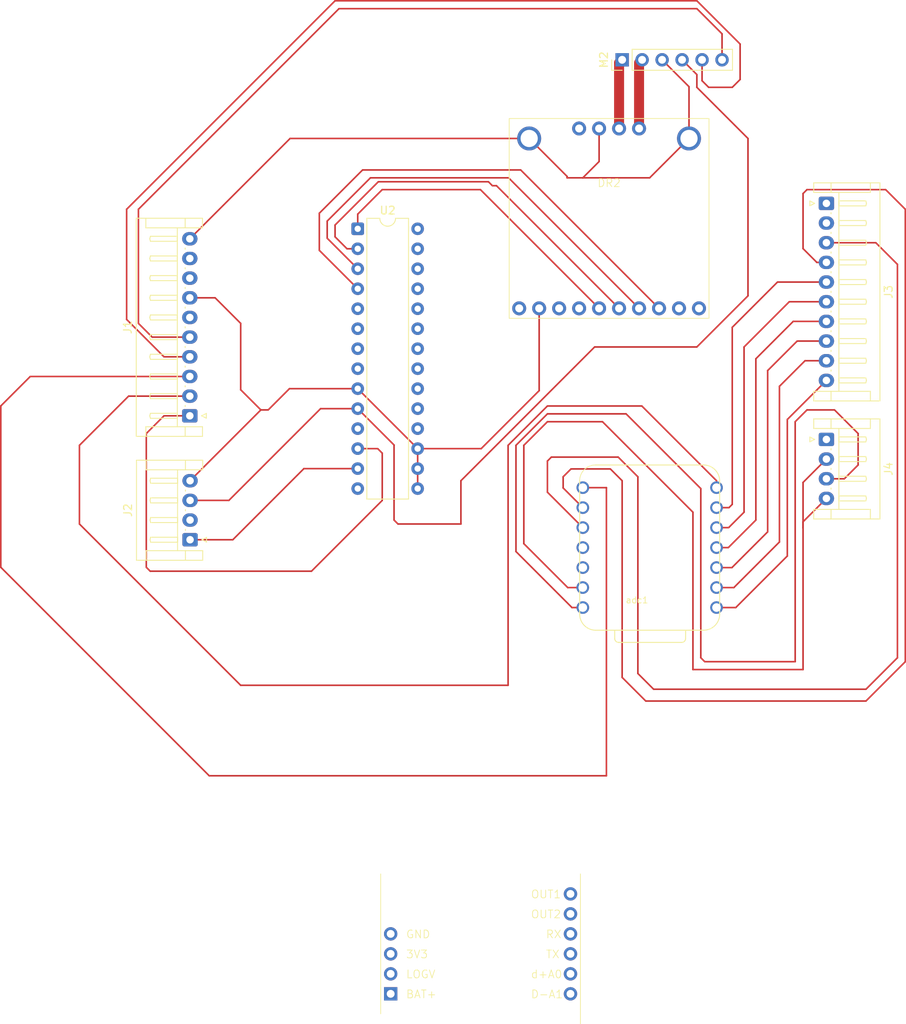
<source format=kicad_pcb>
(kicad_pcb (version 20241229) (generator "pcbnew") (generator_version "9.0")
  (layers (0 "F.Cu" signal) (2 "B.Cu" signal) (13 "F.Paste" user) (15 "B.Paste" user) (5 "F.SilkS" user "F.Silkscreen") (7 "B.SilkS" user "B.Silkscreen") (1 "F.Mask" user) (3 "B.Mask" user) (25 "Edge.Cuts" user))
  (net 0 "")
  (net 1 "encA")
  (net 2 "GND")
  (net 3 "encB")
  (net 4 "Net-(DR2-OUT2)")
  (net 5 "5v")
  (net 6 "Net-(DR2-OUT1)")
  (net 10 "Net-(DR2-PWM2)")
  (net 22 "Net-(DR2-EN)")
  (net 26 "SCL")
  (net 27 "SDA")
  (net 28 "Net-(DR2-PWM1)")
  (net 29 "Net-(DR2-ENB)")
  (net 30 "RX")
  (net 31 "TX")
  (net 32 "Rood")
  (net 33 "Groen")
  (net 34 "pr8")
  (net 35 "pr5")
  (net 36 "pr2")
  (net 37 "pr3")
  (net 38 "pr6")
  (net 39 "pr7")
  (net 40 "pr4")
  (net 41 "pr1")
  (net 42 "blauw")
  (net 45 "12V")
  (net 51 "D-A1")
  (net 52 "D+A0")
  (net 53 "OUT2")
  (net 57 "OUT1")
  (footprint "Connector_JST:JST_EH_S4B-EH_1x04_P2.50mm_Horizontal" (layer "F.Cu") (at 95.565 87 90)
    (property "Reference" "J2" (at 3.75 -7.9 90) (layer "F.SilkS"))
    (property "Value" "Conn_01x04_Pin")
    (pad "1" thru_hole roundrect (at 0 0 90) (size 1.7 1.95) (drill 0.95) (layers "*.Cu" "*.Mask") (roundrect_rratio 0.147059) (net 27 "SDA"))
    (pad "2" thru_hole oval (at 2.5 0 90) (size 1.7 1.95) (drill 0.95) (layers "*.Cu" "*.Mask") (net 2 "GND"))
    (pad "3" thru_hole oval (at 5 0 90) (size 1.7 1.95) (drill 0.95) (layers "*.Cu" "*.Mask") (net 5 "5v"))
    (pad "4" thru_hole oval (at 7.5 0 90) (size 1.7 1.95) (drill 0.95) (layers "*.Cu" "*.Mask") (net 2 "GND"))
  )
  (footprint "Connector_JST:JST_EH_S10B-EH_1x10_P2.50mm_Horizontal" (layer "F.Cu") (at 95.5325 71.25 90)
    (property "Reference" "J1" (at 11.25 -7.9 90) (layer "F.SilkS"))
    (property "Value" "Conn_01x10_Pin")
    (pad "1" thru_hole roundrect (at 0 0 90) (size 1.7 1.95) (drill 0.95) (layers "*.Cu" "*.Mask") (roundrect_rratio 0.147059) (net 26 "SCL"))
    (pad "2" thru_hole oval (at 2.5 0 90) (size 1.7 1.95) (drill 0.95) (layers "*.Cu" "*.Mask") (net 30 "RX"))
    (pad "3" thru_hole oval (at 5 0 90) (size 1.7 1.95) (drill 0.95) (layers "*.Cu" "*.Mask") (net 31 "TX"))
    (pad "4" thru_hole oval (at 7.5 0 90) (size 1.7 1.95) (drill 0.95) (layers "*.Cu" "*.Mask") (net 1 "encA"))
    (pad "5" thru_hole oval (at 10 0 90) (size 1.7 1.95) (drill 0.95) (layers "*.Cu" "*.Mask") (net 3 "encB"))
    (pad "6" thru_hole oval (at 12.5 0 90) (size 1.7 1.95) (drill 0.95) (layers "*.Cu" "*.Mask") (net 53 "OUT2"))
    (pad "7" thru_hole oval (at 15 0 90) (size 1.7 1.95) (drill 0.95) (layers "*.Cu" "*.Mask") (net 52 "D+A0"))
    (pad "8" thru_hole oval (at 17.5 0 90) (size 1.7 1.95) (drill 0.95) (layers "*.Cu" "*.Mask") (net 51 "D-A1"))
    (pad "9" thru_hole oval (at 20 0 90) (size 1.7 1.95) (drill 0.95) (layers "*.Cu" "*.Mask") (net 2 "GND"))
    (pad "10" thru_hole oval (at 22.5 0 90) (size 1.7 1.95) (drill 0.95) (layers "*.Cu" "*.Mask") (net 2 "GND"))
  )
  (footprint "Library:motordriver" (layer "F.Cu") (at 148.84 46.16)
    (property "Reference" "DR2" (at 0 -4.5 0) (layer "F.SilkS") (effects (font (thickness 0.1))))
    (property "Value" "~")
    (pad "0" thru_hole circle (at -10.16 -10.16) (size 3.048 3.048) (drill 2.1844) (layers "*.Cu" "*.Mask") (net 2 "GND"))
    (pad "0" thru_hole circle (at 10.16 -10.16) (size 3.048 3.048) (drill 2.1844) (layers "*.Cu" "*.Mask") (net 2 "GND"))
    (pad "1" thru_hole circle (at -3.81 -11.43) (size 1.778 1.778) (drill 1.016) (layers "*.Cu" "*.Mask") (net 45 "12V"))
    (pad "2" thru_hole circle (at -1.27 -11.43) (size 1.778 1.778) (drill 1.016) (layers "*.Cu" "*.Mask") (net 2 "GND"))
    (pad "3" thru_hole circle (at 1.27 -11.43) (size 1.778 1.778) (drill 1.016) (layers "*.Cu" "*.Mask") (net 4 "Net-(DR2-OUT2)"))
    (pad "4" thru_hole circle (at 3.81 -11.43) (size 1.778 1.778) (drill 1.016) (layers "*.Cu" "*.Mask") (net 6 "Net-(DR2-OUT1)"))
    (pad "5" thru_hole circle (at -11.43 11.43) (size 1.778 1.778) (drill 1.016) (layers "*.Cu" "*.Mask"))
    (pad "6" thru_hole circle (at -8.89 11.43) (size 1.778 1.778) (drill 1.016) (layers "*.Cu" "*.Mask") (net 2 "GND"))
    (pad "7" thru_hole circle (at -6.35 11.43) (size 1.778 1.778) (drill 1.016) (layers "*.Cu" "*.Mask"))
    (pad "8" thru_hole circle (at -3.81 11.43) (size 1.778 1.778) (drill 1.016) (layers "*.Cu" "*.Mask"))
    (pad "9" thru_hole circle (at -1.27 11.43) (size 1.778 1.778) (drill 1.016) (layers "*.Cu" "*.Mask") (net 22 "Net-(DR2-EN)"))
    (pad "10" thru_hole circle (at 1.27 11.43) (size 1.778 1.778) (drill 1.016) (layers "*.Cu" "*.Mask") (net 29 "Net-(DR2-ENB)"))
    (pad "11" thru_hole circle (at 3.81 11.43) (size 1.778 1.778) (drill 1.016) (layers "*.Cu" "*.Mask") (net 10 "Net-(DR2-PWM2)"))
    (pad "12" thru_hole circle (at 6.35 11.43) (size 1.778 1.778) (drill 1.016) (layers "*.Cu" "*.Mask") (net 28 "Net-(DR2-PWM1)"))
    (pad "13" thru_hole circle (at 8.89 11.43) (size 1.778 1.778) (drill 1.016) (layers "*.Cu" "*.Mask"))
    (pad "14" thru_hole circle (at 11.43 11.43) (size 1.778 1.778) (drill 1.016) (layers "*.Cu" "*.Mask"))
  )
  (footprint "Library:soccer-communication-module" (layer "F.Cu") (at 128.69 139.635)
    (property "Reference" "U1" (hide yes))
    (property "Value" "~" (hide yes))
    (fp_text user "d+A0" (at 10.16 3.175 0) (layer "F.SilkS") (effects (font (thickness 0.1)) (justify left bottom)))
    (fp_text user "RX" (at 12.065 -1.905 0) (layer "F.SilkS") (effects (font (thickness 0.1)) (justify left bottom)))
    (fp_text user "OUT1" (at 10.16 -6.985 0) (layer "F.SilkS") (effects (font (thickness 0.1)) (justify left bottom)))
    (fp_text user "BAT+" (at -5.715 5.715 0) (layer "F.SilkS") (effects (font (thickness 0.1)) (justify left bottom)))
    (fp_text user "OUT2" (at 10.16 -4.445 0) (layer "F.SilkS") (effects (font (thickness 0.1)) (justify left bottom)))
    (fp_text user "D-A1" (at 10.16 5.715 0) (layer "F.SilkS") (effects (font (thickness 0.1)) (justify left bottom)))
    (fp_text user "LOGV" (at -5.715 3.175 0) (layer "F.SilkS") (effects (font (thickness 0.1)) (justify left bottom)))
    (fp_text user "GND" (at -5.715 -1.905 0) (layer "F.SilkS") (effects (font (thickness 0.1)) (justify left bottom)))
    (fp_text user "TX" (at 12.065 0.635 0) (layer "F.SilkS") (effects (font (thickness 0.1)) (justify left bottom)))
    (fp_text user "3V3" (at -5.715 0.635 0) (layer "F.SilkS") (effects (font (thickness 0.1)) (justify left bottom)))
    (pad "1" thru_hole rect (at -7.62 5.08) (size 1.7 1.7) (drill 1) (layers "*.Cu" "*.Mask"))
    (pad "2" thru_hole oval (at -7.62 2.54) (size 1.7 1.7) (drill 1) (layers "*.Cu" "*.Mask") (net 5 "5v"))
    (pad "3" thru_hole oval (at -7.62 0) (size 1.7 1.7) (drill 1) (layers "*.Cu" "*.Mask"))
    (pad "4" thru_hole oval (at -7.62 -2.54) (size 1.7 1.7) (drill 1) (layers "*.Cu" "*.Mask") (net 2 "GND"))
    (pad "5" thru_hole oval (at 15.24 5.08) (size 1.7 1.7) (drill 1) (layers "*.Cu" "*.Mask") (net 51 "D-A1"))
    (pad "6" thru_hole oval (at 15.24 2.54) (size 1.7 1.7) (drill 1) (layers "*.Cu" "*.Mask") (net 52 "D+A0"))
    (pad "7" thru_hole oval (at 15.24 0) (size 1.7 1.7) (drill 1) (layers "*.Cu" "*.Mask"))
    (pad "8" thru_hole oval (at 15.24 -2.54) (size 1.7 1.7) (drill 1) (layers "*.Cu" "*.Mask"))
    (pad "9" thru_hole oval (at 15.24 -5.08) (size 1.7 1.7) (drill 1) (layers "*.Cu" "*.Mask") (net 53 "OUT2"))
    (pad "10" thru_hole oval (at 15.24 -7.62) (size 1.7 1.7) (drill 1) (layers "*.Cu" "*.Mask") (net 57 "OUT1"))
  )
  (footprint "Seeed Studio XIAO Series Library:XIAO-SAMD21-SMD" (layer "F.Cu") (at 154 88 180)
    (property "Reference" "adc1" (at 0.127 -6.223 0) (layer "F.SilkS") (effects (font (size 0.78232 0.78232) (thickness 0.10668)) (justify right top)))
    (property "Value" "Seeed Studio XIAO SAMD21")
    (pad "1" thru_hole circle (at -8.5 -7.62 180) (size 1.6 1.6) (drill 1.1) (layers "*.Cu" "*.Mask") (net 41 "pr1"))
    (pad "2" thru_hole circle (at -8.5 -5.08 180) (size 1.6 1.6) (drill 1.1) (layers "*.Cu" "*.Mask") (net 36 "pr2"))
    (pad "3" thru_hole circle (at -8.5 -2.54 180) (size 1.6 1.6) (drill 1.1) (layers "*.Cu" "*.Mask") (net 37 "pr3"))
    (pad "4" thru_hole circle (at -8.5 0 180) (size 1.6 1.6) (drill 1.1) (layers "*.Cu" "*.Mask") (net 40 "pr4"))
    (pad "5" thru_hole circle (at -8.5 2.54 180) (size 1.6 1.6) (drill 1.1) (layers "*.Cu" "*.Mask") (net 35 "pr5"))
    (pad "6" thru_hole circle (at -8.5 5.08 180) (size 1.6 1.6) (drill 1.1) (layers "*.Cu" "*.Mask") (net 38 "pr6"))
    (pad "7" thru_hole circle (at -8.5 7.62 180) (size 1.6 1.6) (drill 1.1) (layers "*.Cu" "*.Mask") (net 30 "RX"))
    (pad "8" thru_hole circle (at 8.5 7.62 180) (size 1.6 1.6) (drill 1.1) (layers "*.Cu" "*.Mask") (net 31 "TX"))
    (pad "9" thru_hole circle (at 8.5 5.08 180) (size 1.6 1.6) (drill 1.1) (layers "*.Cu" "*.Mask") (net 39 "pr7"))
    (pad "10" thru_hole circle (at 8.5 2.54 180) (size 1.6 1.6) (drill 1.1) (layers "*.Cu" "*.Mask") (net 34 "pr8"))
    (pad "11" thru_hole circle (at 8.5 0 180) (size 1.6 1.6) (drill 1.1) (layers "*.Cu" "*.Mask"))
    (pad "12" thru_hole circle (at 8.5 -2.54 180) (size 1.6 1.6) (drill 1.1) (layers "*.Cu" "*.Mask"))
    (pad "13" thru_hole circle (at 8.509 -5.08 180) (size 1.6 1.6) (drill 1.1) (layers "*.Cu" "*.Mask") (net 2 "GND"))
    (pad "14" thru_hole circle (at 8.5 -7.62 180) (size 1.6 1.6) (drill 1.1) (layers "*.Cu" "*.Mask") (net 5 "5v"))
  )
  (footprint "Connector_JST:JST_EH_S10B-EH_1x10_P2.50mm_Horizontal" (layer "F.Cu") (at 176.4675 44.25 -90)
    (property "Reference" "J3" (at 11.25 -7.9 90) (layer "F.SilkS"))
    (property "Value" "Conn_01x10_Pin")
    (pad "1" thru_hole roundrect (at 0 0 270) (size 1.7 1.95) (drill 0.95) (layers "*.Cu" "*.Mask") (roundrect_rratio 0.147059) (net 33 "Groen"))
    (pad "2" thru_hole oval (at 2.5 0 270) (size 1.7 1.95) (drill 0.95) (layers "*.Cu" "*.Mask") (net 32 "Rood"))
    (pad "3" thru_hole oval (at 5 0 270) (size 1.7 1.95) (drill 0.95) (layers "*.Cu" "*.Mask") (net 34 "pr8"))
    (pad "4" thru_hole oval (at 7.5 0 270) (size 1.7 1.95) (drill 0.95) (layers "*.Cu" "*.Mask") (net 39 "pr7"))
    (pad "5" thru_hole oval (at 10 0 270) (size 1.7 1.95) (drill 0.95) (layers "*.Cu" "*.Mask") (net 38 "pr6"))
    (pad "6" thru_hole oval (at 12.5 0 270) (size 1.7 1.95) (drill 0.95) (layers "*.Cu" "*.Mask") (net 35 "pr5"))
    (pad "7" thru_hole oval (at 15 0 270) (size 1.7 1.95) (drill 0.95) (layers "*.Cu" "*.Mask") (net 40 "pr4"))
    (pad "8" thru_hole oval (at 17.5 0 270) (size 1.7 1.95) (drill 0.95) (layers "*.Cu" "*.Mask") (net 37 "pr3"))
    (pad "9" thru_hole oval (at 20 0 270) (size 1.7 1.95) (drill 0.95) (layers "*.Cu" "*.Mask") (net 36 "pr2"))
    (pad "10" thru_hole oval (at 22.5 0 270) (size 1.7 1.95) (drill 0.95) (layers "*.Cu" "*.Mask") (net 41 "pr1"))
  )
  (footprint "Package_DIP:DIP-28_W7.62mm" (layer "F.Cu") (at 116.88 47.48)
    (property "Reference" "U2" (at 3.81 -2.33 0) (layer "F.SilkS"))
    (property "Value" "MCP23017_SP")
    (pad "1" thru_hole roundrect (at 0 0) (size 1.6 1.6) (drill 0.8) (layers "*.Cu" "*.Mask") (roundrect_rratio 0.15625) (net 22 "Net-(DR2-EN)"))
    (pad "2" thru_hole circle (at 0 2.54) (size 1.6 1.6) (drill 0.8) (layers "*.Cu" "*.Mask") (net 29 "Net-(DR2-ENB)"))
    (pad "3" thru_hole circle (at 0 5.08) (size 1.6 1.6) (drill 0.8) (layers "*.Cu" "*.Mask") (net 10 "Net-(DR2-PWM2)"))
    (pad "4" thru_hole circle (at 0 7.62) (size 1.6 1.6) (drill 0.8) (layers "*.Cu" "*.Mask") (net 28 "Net-(DR2-PWM1)"))
    (pad "5" thru_hole circle (at 0 10.16) (size 1.6 1.6) (drill 0.8) (layers "*.Cu" "*.Mask"))
    (pad "6" thru_hole circle (at 0 12.7) (size 1.6 1.6) (drill 0.8) (layers "*.Cu" "*.Mask"))
    (pad "7" thru_hole circle (at 0 15.24) (size 1.6 1.6) (drill 0.8) (layers "*.Cu" "*.Mask"))
    (pad "8" thru_hole circle (at 0 17.78) (size 1.6 1.6) (drill 0.8) (layers "*.Cu" "*.Mask"))
    (pad "9" thru_hole circle (at 0 20.32) (size 1.6 1.6) (drill 0.8) (layers "*.Cu" "*.Mask") (net 2 "GND"))
    (pad "10" thru_hole circle (at 0 22.86) (size 1.6 1.6) (drill 0.8) (layers "*.Cu" "*.Mask") (net 5 "5v"))
    (pad "11" thru_hole circle (at 0 25.4) (size 1.6 1.6) (drill 0.8) (layers "*.Cu" "*.Mask"))
    (pad "12" thru_hole circle (at 0 27.94) (size 1.6 1.6) (drill 0.8) (layers "*.Cu" "*.Mask") (net 26 "SCL"))
    (pad "13" thru_hole circle (at 0 30.48) (size 1.6 1.6) (drill 0.8) (layers "*.Cu" "*.Mask") (net 27 "SDA"))
    (pad "14" thru_hole circle (at 0 33.02) (size 1.6 1.6) (drill 0.8) (layers "*.Cu" "*.Mask"))
    (pad "15" thru_hole circle (at 7.62 33.02) (size 1.6 1.6) (drill 0.8) (layers "*.Cu" "*.Mask") (net 2 "GND"))
    (pad "16" thru_hole circle (at 7.62 30.48) (size 1.6 1.6) (drill 0.8) (layers "*.Cu" "*.Mask") (net 2 "GND"))
    (pad "17" thru_hole circle (at 7.62 27.94) (size 1.6 1.6) (drill 0.8) (layers "*.Cu" "*.Mask") (net 2 "GND"))
    (pad "18" thru_hole circle (at 7.62 25.4) (size 1.6 1.6) (drill 0.8) (layers "*.Cu" "*.Mask"))
    (pad "19" thru_hole circle (at 7.62 22.86) (size 1.6 1.6) (drill 0.8) (layers "*.Cu" "*.Mask"))
    (pad "20" thru_hole circle (at 7.62 20.32) (size 1.6 1.6) (drill 0.8) (layers "*.Cu" "*.Mask"))
    (pad "21" thru_hole circle (at 7.62 17.78) (size 1.6 1.6) (drill 0.8) (layers "*.Cu" "*.Mask"))
    (pad "22" thru_hole circle (at 7.62 15.24) (size 1.6 1.6) (drill 0.8) (layers "*.Cu" "*.Mask"))
    (pad "23" thru_hole circle (at 7.62 12.7) (size 1.6 1.6) (drill 0.8) (layers "*.Cu" "*.Mask"))
    (pad "24" thru_hole circle (at 7.62 10.16) (size 1.6 1.6) (drill 0.8) (layers "*.Cu" "*.Mask"))
    (pad "25" thru_hole circle (at 7.62 7.62) (size 1.6 1.6) (drill 0.8) (layers "*.Cu" "*.Mask"))
    (pad "26" thru_hole circle (at 7.62 5.08) (size 1.6 1.6) (drill 0.8) (layers "*.Cu" "*.Mask"))
    (pad "27" thru_hole circle (at 7.62 2.54) (size 1.6 1.6) (drill 0.8) (layers "*.Cu" "*.Mask"))
    (pad "28" thru_hole circle (at 7.62 0) (size 1.6 1.6) (drill 0.8) (layers "*.Cu" "*.Mask"))
  )
  (footprint "Connector_JST:JST_EH_S4B-EH_1x04_P2.50mm_Horizontal" (layer "F.Cu") (at 176.4675 74.25 -90)
    (property "Reference" "J4" (at 3.75 -7.9 90) (layer "F.SilkS"))
    (property "Value" "Conn_01x04_Pin" (hide yes))
    (pad "1" thru_hole roundrect (at 0 0 270) (size 1.7 1.95) (drill 0.95) (layers "*.Cu" "*.Mask") (roundrect_rratio 0.147059) (net 42 "blauw"))
    (pad "2" thru_hole oval (at 2.5 0 270) (size 1.7 1.95) (drill 0.95) (layers "*.Cu" "*.Mask") (net 2 "GND"))
    (pad "3" thru_hole oval (at 5 0 270) (size 1.7 1.95) (drill 0.95) (layers "*.Cu" "*.Mask") (net 5 "5v"))
    (pad "4" thru_hole oval (at 7.5 0 270) (size 1.7 1.95) (drill 0.95) (layers "*.Cu" "*.Mask") (net 2 "GND"))
  )
  (footprint "Connector_PinHeader_2.54mm:PinHeader_1x06_P2.54mm_Vertical" (layer "F.Cu") (at 150.5 26 90)
    (property "Reference" "M2" (at 0 -2.33 90) (layer "F.SilkS"))
    (property "Value" "~")
    (pad "1" thru_hole rect (at 0 0 90) (size 1.7 1.7) (drill 1) (layers "*.Cu" "*.Mask") (net 4 "Net-(DR2-OUT2)"))
    (pad "2" thru_hole oval (at 0 2.54 90) (size 1.7 1.7) (drill 1) (layers "*.Cu" "*.Mask") (net 6 "Net-(DR2-OUT1)"))
    (pad "3" thru_hole oval (at 0 5.08 90) (size 1.7 1.7) (drill 1) (layers "*.Cu" "*.Mask") (net 2 "GND"))
    (pad "4" thru_hole oval (at 0 7.62 90) (size 1.7 1.7) (drill 1) (layers "*.Cu" "*.Mask") (net 5 "5v"))
    (pad "5" thru_hole oval (at 0 10.16 90) (size 1.7 1.7) (drill 1) (layers "*.Cu" "*.Mask") (net 1 "encA"))
    (pad "6" thru_hole oval (at 0 12.7 90) (size 1.7 1.7) (drill 1) (layers "*.Cu" "*.Mask") (net 3 "encB"))
  )
  (segment (start 160.66 28.66) (end 160.66 26) (width 0.2) (layer "F.Cu") (net 1))
  (segment (start 87.5 45) (end 114 18.5) (width 0.2) (layer "F.Cu") (net 1))
  (segment (start 160 18.5) (end 165.5 24) (width 0.2) (layer "F.Cu") (net 1))
  (segment (start 87.5 59) (end 87.5 45) (width 0.2) (layer "F.Cu") (net 1))
  (segment (start 165.5 24) (end 165.5 28.5) (width 0.2) (layer "F.Cu") (net 1))
  (segment (start 165.5 28.5) (end 164.5 29.5) (width 0.2) (layer "F.Cu") (net 1))
  (segment (start 95.5325 63.75) (end 92.25 63.75) (width 0.2) (layer "F.Cu") (net 1))
  (segment (start 161.5 29.5) (end 160.66 28.66) (width 0.2) (layer "F.Cu") (net 1))
  (segment (start 92.25 63.75) (end 87.5 59) (width 0.2) (layer "F.Cu") (net 1))
  (segment (start 164.5 29.5) (end 161.5 29.5) (width 0.2) (layer "F.Cu") (net 1))
  (segment (start 114 18.5) (end 160 18.5) (width 0.2) (layer "F.Cu") (net 1))
  (segment (start 124.5 75.42) (end 132.58 75.42) (width 0.2) (layer "F.Cu") (net 2))
  (segment (start 173.5 79.7175) (end 173.5 85.5) (width 0.2) (layer "F.Cu") (net 2))
  (segment (start 176.4675 76.75) (end 173.5 79.7175) (width 0.2) (layer "F.Cu") (net 2))
  (segment (start 143.5 41) (end 145.5 41) (width 0.2) (layer "F.Cu") (net 2))
  (segment (start 147.57 38.93) (end 145.5 41) (width 0.2) (layer "F.Cu") (net 2))
  (segment (start 98.75 56.25) (end 95.5325 56.25) (width 0.2) (layer "F.Cu") (net 2))
  (segment (start 159.5 83.5) (end 148 72) (width 0.2) (layer "F.Cu") (net 2))
  (segment (start 148 72) (end 141 72) (width 0.2) (layer "F.Cu") (net 2))
  (segment (start 143.5 40.82) (end 143.5 41) (width 0.2) (layer "F.Cu") (net 2))
  (segment (start 139.95 68.05) (end 139.95 57.59) (width 0.2) (layer "F.Cu") (net 2))
  (segment (start 108.2825 36) (end 95.5325 48.75) (width 0.2) (layer "F.Cu") (net 2))
  (segment (start 138 87.5) (end 143.58 93.08) (width 0.2) (layer "F.Cu") (net 2))
  (segment (start 104.565 70.5) (end 105.5 70.5) (width 0.2) (layer "F.Cu") (net 2))
  (segment (start 143.58 93.08) (end 145.491 93.08) (width 0.2) (layer "F.Cu") (net 2))
  (segment (start 173.5 85.5) (end 173.5 103.5) (width 0.2) (layer "F.Cu") (net 2))
  (segment (start 138.68 36) (end 143.5 40.82) (width 0.2) (layer "F.Cu") (net 2))
  (segment (start 154 41) (end 159 36) (width 0.2) (layer "F.Cu") (net 2))
  (segment (start 102 59.5) (end 98.75 56.25) (width 0.2) (layer "F.Cu") (net 2))
  (segment (start 102 67.935) (end 102 59.5) (width 0.2) (layer "F.Cu") (net 2))
  (segment (start 124.5 75.42) (end 124.5 80.5) (width 0.2) (layer "F.Cu") (net 2))
  (segment (start 116.88 67.8) (end 124.5 75.42) (width 0.2) (layer "F.Cu") (net 2))
  (segment (start 176.4675 81.75) (end 173.5 84.7175) (width 0.2) (layer "F.Cu") (net 2))
  (segment (start 95.565 79.5) (end 104.565 70.5) (width 0.2) (layer "F.Cu") (net 2))
  (segment (start 159 29.42) (end 155.58 26) (width 0.2) (layer "F.Cu") (net 2))
  (segment (start 108.2 67.8) (end 116.88 67.8) (width 0.2) (layer "F.Cu") (net 2))
  (segment (start 104.565 70.5) (end 102 67.935) (width 0.2) (layer "F.Cu") (net 2))
  (segment (start 145.5 41) (end 154 41) (width 0.2) (layer "F.Cu") (net 2))
  (segment (start 159 36) (end 159 29.42) (width 0.2) (layer "F.Cu") (net 2))
  (segment (start 138 75) (end 138 87.5) (width 0.2) (layer "F.Cu") (net 2))
  (segment (start 159.5 103.5) (end 159.5 83.5) (width 0.2) (layer "F.Cu") (net 2))
  (segment (start 105.5 70.5) (end 108.2 67.8) (width 0.2) (layer "F.Cu") (net 2))
  (segment (start 132.58 75.42) (end 139.95 68.05) (width 0.2) (layer "F.Cu") (net 2))
  (segment (start 147.57 34.73) (end 147.57 38.93) (width 0.2) (layer "F.Cu") (net 2))
  (segment (start 173.5 103.5) (end 159.5 103.5) (width 0.2) (layer "F.Cu") (net 2))
  (segment (start 138.68 36) (end 108.2825 36) (width 0.2) (layer "F.Cu") (net 2))
  (segment (start 141 72) (end 138 75) (width 0.2) (layer "F.Cu") (net 2))
  (segment (start 173.5 84.7175) (end 173.5 85.5) (width 0.2) (layer "F.Cu") (net 2))
  (segment (start 90.75 61.25) (end 95.5325 61.25) (width 0.2) (layer "F.Cu") (net 3))
  (segment (start 89 59.5) (end 90.75 61.25) (width 0.2) (layer "F.Cu") (net 3))
  (segment (start 89 45) (end 89 59.5) (width 0.2) (layer "F.Cu") (net 3))
  (segment (start 160 19.5) (end 114.5 19.5) (width 0.2) (layer "F.Cu") (net 3))
  (segment (start 163.2 22.7) (end 160 19.5) (width 0.2) (layer "F.Cu") (net 3))
  (segment (start 114.5 19.5) (end 89 45) (width 0.2) (layer "F.Cu") (net 3))
  (segment (start 163.2 26) (end 163.2 22.7) (width 0.2) (layer "F.Cu") (net 3))
  (segment (start 150.11 26.39) (end 150.11 34.73) (width 1.27) (layer "F.Cu") (net 4))
  (segment (start 150.5 34.34) (end 150.11 34.73) (width 0.2) (layer "F.Cu") (net 4))
  (segment (start 150.5 26) (end 150.11 26.39) (width 1.27) (layer "F.Cu") (net 4))
  (segment (start 147 62.5) (end 160 62.5) (width 0.2) (layer "F.Cu") (net 5))
  (segment (start 172.5 102.5) (end 172.5 72) (width 0.2) (layer "F.Cu") (net 5))
  (segment (start 137 88.5) (end 137 75) (width 0.2) (layer "F.Cu") (net 5))
  (segment (start 121.5 74.96) (end 121.5 84.5) (width 0.2) (layer "F.Cu") (net 5))
  (segment (start 121.5 84.5) (end 122 85) (width 0.2) (layer "F.Cu") (net 5))
  (segment (start 172.5 72) (end 174 70.5) (width 0.2) (layer "F.Cu") (net 5))
  (segment (start 145.5 95.62) (end 144.12 95.62) (width 0.2) (layer "F.Cu") (net 5))
  (segment (start 161 102.5) (end 172.5 102.5) (width 0.2) (layer "F.Cu") (net 5))
  (segment (start 160 27.88) (end 158.12 26) (width 0.2) (layer "F.Cu") (net 5))
  (segment (start 122 85) (end 130 85) (width 0.2) (layer "F.Cu") (net 5))
  (segment (start 160.5 102) (end 161 102.5) (width 0.2) (layer "F.Cu") (net 5))
  (segment (start 178.75 79.25) (end 176.4675 79.25) (width 0.2) (layer "F.Cu") (net 5))
  (segment (start 100.5 82) (end 112.16 70.34) (width 0.2) (layer "F.Cu") (net 5))
  (segment (start 166.5 56) (end 166.5 36) (width 0.2) (layer "F.Cu") (net 5))
  (segment (start 116.88 70.34) (end 121.5 74.96) (width 0.2) (layer "F.Cu") (net 5))
  (segment (start 180.5 77.5) (end 178.75 79.25) (width 0.2) (layer "F.Cu") (net 5))
  (segment (start 160.5 80.5) (end 160.5 102) (width 0.2) (layer "F.Cu") (net 5))
  (segment (start 151 71) (end 160.5 80.5) (width 0.2) (layer "F.Cu") (net 5))
  (segment (start 130 85) (end 130 79.5) (width 0.2) (layer "F.Cu") (net 5))
  (segment (start 112.16 70.34) (end 116.88 70.34) (width 0.2) (layer "F.Cu") (net 5))
  (segment (start 166.5 36) (end 160 29.5) (width 0.2) (layer "F.Cu") (net 5))
  (segment (start 160 29.5) (end 160 27.88) (width 0.2) (layer "F.Cu") (net 5))
  (segment (start 95.565 82) (end 100.5 82) (width 0.2) (layer "F.Cu") (net 5))
  (segment (start 130 79.5) (end 147 62.5) (width 0.2) (layer "F.Cu") (net 5))
  (segment (start 141 71) (end 151 71) (width 0.2) (layer "F.Cu") (net 5))
  (segment (start 144.12 95.62) (end 137 88.5) (width 0.2) (layer "F.Cu") (net 5))
  (segment (start 180.5 73.5) (end 180.5 77.5) (width 0.2) (layer "F.Cu") (net 5))
  (segment (start 137 75) (end 141 71) (width 0.2) (layer "F.Cu") (net 5))
  (segment (start 177.5 70.5) (end 180.5 73.5) (width 0.2) (layer "F.Cu") (net 5))
  (segment (start 160 62.5) (end 166.5 56) (width 0.2) (layer "F.Cu") (net 5))
  (segment (start 174 70.5) (end 177.5 70.5) (width 0.2) (layer "F.Cu") (net 5))
  (segment (start 152.65 34.73) (end 152.65 26.39) (width 1.27) (layer "F.Cu") (net 6))
  (segment (start 118.5 41) (end 136.06 41) (width 0.2) (layer "F.Cu") (net 10))
  (segment (start 136.06 41) (end 152.65 57.59) (width 0.2) (layer "F.Cu") (net 10))
  (segment (start 113 48.68) (end 113 46.5) (width 0.2) (layer "F.Cu") (net 10))
  (segment (start 113 46.5) (end 118.5 41) (width 0.2) (layer "F.Cu") (net 10))
  (segment (start 116.88 52.56) (end 113 48.68) (width 0.2) (layer "F.Cu") (net 10))
  (segment (start 116.88 47.48) (end 116.88 45.62) (width 0.2) (layer "F.Cu") (net 22))
  (segment (start 132.48 42.5) (end 147.57 57.59) (width 0.2) (layer "F.Cu") (net 22))
  (segment (start 116.88 45.62) (end 120 42.5) (width 0.2) (layer "F.Cu") (net 22))
  (segment (start 120 42.5) (end 132.48 42.5) (width 0.2) (layer "F.Cu") (net 22))
  (segment (start 120 82) (end 120 76) (width 0.2) (layer "F.Cu") (net 26))
  (segment (start 111 91) (end 120 82) (width 0.2) (layer "F.Cu") (net 26))
  (segment (start 119.42 75.42) (end 116.88 75.42) (width 0.2) (layer "F.Cu") (net 26))
  (segment (start 90 73.5) (end 90 90.5) (width 0.2) (layer "F.Cu") (net 26))
  (segment (start 90 90.5) (end 90.5 91) (width 0.2) (layer "F.Cu") (net 26))
  (segment (start 90.5 91) (end 111 91) (width 0.2) (layer "F.Cu") (net 26))
  (segment (start 92.25 71.25) (end 90 73.5) (width 0.2) (layer "F.Cu") (net 26))
  (segment (start 95.5325 71.25) (end 92.25 71.25) (width 0.2) (layer "F.Cu") (net 26))
  (segment (start 120 76) (end 119.42 75.42) (width 0.2) (layer "F.Cu") (net 26))
  (segment (start 110.04 77.96) (end 116.88 77.96) (width 0.2) (layer "F.Cu") (net 27))
  (segment (start 101 87) (end 110.04 77.96) (width 0.2) (layer "F.Cu") (net 27))
  (segment (start 95.565 87) (end 101 87) (width 0.2) (layer "F.Cu") (net 27))
  (segment (start 117.5 40) (end 137.6 40) (width 0.2) (layer "F.Cu") (net 28))
  (segment (start 137.6 40) (end 155.19 57.59) (width 0.2) (layer "F.Cu") (net 28))
  (segment (start 116.88 55.1) (end 112 50.22) (width 0.2) (layer "F.Cu") (net 28))
  (segment (start 112 45.5) (end 117.5 40) (width 0.2) (layer "F.Cu") (net 28))
  (segment (start 112 50.22) (end 112 45.5) (width 0.2) (layer "F.Cu") (net 28))
  (segment (start 114 47) (end 119.5 41.5) (width 0.2) (layer "F.Cu") (net 29))
  (segment (start 133.5 41.5) (end 134 42) (width 0.2) (layer "F.Cu") (net 29))
  (segment (start 134.52 42) (end 150.11 57.59) (width 0.2) (layer "F.Cu") (net 29))
  (segment (start 134 42) (end 134.52 42) (width 0.2) (layer "F.Cu") (net 29))
  (segment (start 115.52 50.02) (end 114 48.5) (width 0.2) (layer "F.Cu") (net 29))
  (segment (start 114 48.5) (end 114 47) (width 0.2) (layer "F.Cu") (net 29))
  (segment (start 116.88 50.02) (end 115.52 50.02) (width 0.2) (layer "F.Cu") (net 29))
  (segment (start 119.5 41.5) (end 133.5 41.5) (width 0.2) (layer "F.Cu") (net 29))
  (segment (start 102 105.5) (end 81.5 85) (width 0.2) (layer "F.Cu") (net 30))
  (segment (start 136 75) (end 136 105.5) (width 0.2) (layer "F.Cu") (net 30))
  (segment (start 81.5 85) (end 81.5 75) (width 0.2) (layer "F.Cu") (net 30))
  (segment (start 136 105.5) (end 102 105.5) (width 0.2) (layer "F.Cu") (net 30))
  (segment (start 81.5 75) (end 87.75 68.75) (width 0.2) (layer "F.Cu") (net 30))
  (segment (start 162.5 80.38) (end 162.5 79.5) (width 0.2) (layer "F.Cu") (net 30))
  (segment (start 153 70) (end 141 70) (width 0.2) (layer "F.Cu") (net 30))
  (segment (start 141 70) (end 136 75) (width 0.2) (layer "F.Cu") (net 30))
  (segment (start 87.75 68.75) (end 95.5325 68.75) (width 0.2) (layer "F.Cu") (net 30))
  (segment (start 162.5 79.5) (end 153 70) (width 0.2) (layer "F.Cu") (net 30))
  (segment (start 148.5 117) (end 98 117) (width 0.2) (layer "F.Cu") (net 31))
  (segment (start 71.5 90.5) (end 71.5 70) (width 0.2) (layer "F.Cu") (net 31))
  (segment (start 75.25 66.25) (end 95.5325 66.25) (width 0.2) (layer "F.Cu") (net 31))
  (segment (start 148.5 80.38) (end 148.5 117) (width 0.2) (layer "F.Cu") (net 31))
  (segment (start 71.5 70) (end 75.25 66.25) (width 0.2) (layer "F.Cu") (net 31))
  (segment (start 98 117) (end 71.5 90.5) (width 0.2) (layer "F.Cu") (net 31))
  (segment (start 145.5 80.38) (end 148.5 80.38) (width 0.2) (layer "F.Cu") (net 31))
  (segment (start 141.5 76.5) (end 150 76.5) (width 0.2) (layer "F.Cu") (net 34))
  (segment (start 152.5 104) (end 154.5 106) (width 0.2) (layer "F.Cu") (net 34))
  (segment (start 154.5 106) (end 181.5 106) (width 0.2) (layer "F.Cu") (net 34))
  (segment (start 185.5 102) (end 185.5 52) (width 0.2) (layer "F.Cu") (net 34))
  (segment (start 182.75 49.25) (end 176.4675 49.25) (width 0.2) (layer "F.Cu") (net 34))
  (segment (start 181.5 106) (end 185.5 102) (width 0.2) (layer "F.Cu") (net 34))
  (segment (start 145.5 85.46) (end 141 80.96) (width 0.2) (layer "F.Cu") (net 34))
  (segment (start 185.5 52) (end 182.75 49.25) (width 0.2) (layer "F.Cu") (net 34))
  (segment (start 152.5 79) (end 152.5 104) (width 0.2) (layer "F.Cu") (net 34))
  (segment (start 141 77) (end 141.5 76.5) (width 0.2) (layer "F.Cu") (net 34))
  (segment (start 150 76.5) (end 152.5 79) (width 0.2) (layer "F.Cu") (net 34))
  (segment (start 141 80.96) (end 141 77) (width 0.2) (layer "F.Cu") (net 34))
  (segment (start 166 62.5) (end 171.75 56.75) (width 0.2) (layer "F.Cu") (net 35))
  (segment (start 164.04 85.46) (end 166 83.5) (width 0.2) (layer "F.Cu") (net 35))
  (segment (start 171.75 56.75) (end 176.4675 56.75) (width 0.2) (layer "F.Cu") (net 35))
  (segment (start 162.5 85.46) (end 164.04 85.46) (width 0.2) (layer "F.Cu") (net 35))
  (segment (start 166 83.5) (end 166 62.5) (width 0.2) (layer "F.Cu") (net 35))
  (segment (start 176.4675 64.25) (end 173.75 64.25) (width 0.2) (layer "F.Cu") (net 36))
  (segment (start 173.75 64.25) (end 170.5 67.5) (width 0.2) (layer "F.Cu") (net 36))
  (segment (start 164.70355 93.08) (end 162.5 93.08) (width 0.2) (layer "F.Cu") (net 36))
  (segment (start 170.5 67.5) (end 170.5 87.28355) (width 0.2) (layer "F.Cu") (net 36))
  (segment (start 170.5 87.28355) (end 164.70355 93.08) (width 0.2) (layer "F.Cu") (net 36))
  (segment (start 162.5 90.54) (end 164.46 90.54) (width 0.2) (layer "F.Cu") (net 37))
  (segment (start 169 86) (end 169 65.5) (width 0.2) (layer "F.Cu") (net 37))
  (segment (start 164.46 90.54) (end 169 86) (width 0.2) (layer "F.Cu") (net 37))
  (segment (start 169 65.5) (end 172.75 61.75) (width 0.2) (layer "F.Cu") (net 37))
  (segment (start 172.75 61.75) (end 176.4675 61.75) (width 0.2) (layer "F.Cu") (net 37))
  (segment (start 164.5 60) (end 170.25 54.25) (width 0.2) (layer "F.Cu") (net 38))
  (segment (start 162.5 82.92) (end 164.08 82.92) (width 0.2) (layer "F.Cu") (net 38))
  (segment (start 170.25 54.25) (end 176.4675 54.25) (width 0.2) (layer "F.Cu") (net 38))
  (segment (start 164.08 82.92) (end 164.5 82.5) (width 0.2) (layer "F.Cu") (net 38))
  (segment (start 164.5 82.5) (end 164.5 60) (width 0.2) (layer "F.Cu") (net 38))
  (segment (start 186.5 102.5) (end 181.5 107.5) (width 0.2) (layer "F.Cu") (net 39))
  (segment (start 149 78) (end 144 78) (width 0.2) (layer "F.Cu") (net 39))
  (segment (start 173.5 43) (end 174 42.5) (width 0.2) (layer "F.Cu") (net 39))
  (segment (start 176.4675 51.75) (end 175.25 51.75) (width 0.2) (layer "F.Cu") (net 39))
  (segment (start 143 80.42) (end 145.5 82.92) (width 0.2) (layer "F.Cu") (net 39))
  (segment (start 181.5 107.5) (end 153.5 107.5) (width 0.2) (layer "F.Cu") (net 39))
  (segment (start 174 42.5) (end 184 42.5) (width 0.2) (layer "F.Cu") (net 39))
  (segment (start 144 78) (end 143 79) (width 0.2) (layer "F.Cu") (net 39))
  (segment (start 143 79) (end 143 80.42) (width 0.2) (layer "F.Cu") (net 39))
  (segment (start 150.5 79.5) (end 149 78) (width 0.2) (layer "F.Cu") (net 39))
  (segment (start 175.25 51.75) (end 173.5 50) (width 0.2) (layer "F.Cu") (net 39))
  (segment (start 150.5 104.5) (end 150.5 79.5) (width 0.2) (layer "F.Cu") (net 39))
  (segment (start 153.5 107.5) (end 150.5 104.5) (width 0.2) (layer "F.Cu") (net 39))
  (segment (start 173.5 50) (end 173.5 43) (width 0.2) (layer "F.Cu") (net 39))
  (segment (start 184 42.5) (end 186.5 45) (width 0.2) (layer "F.Cu") (net 39))
  (segment (start 186.5 45) (end 186.5 102.5) (width 0.2) (layer "F.Cu") (net 39))
  (segment (start 167.5 64) (end 172.25 59.25) (width 0.2) (layer "F.Cu") (net 40))
  (segment (start 167.5 84.5) (end 167.5 64) (width 0.2) (layer "F.Cu") (net 40))
  (segment (start 164 88) (end 167.5 84.5) (width 0.2) (layer "F.Cu") (net 40))
  (segment (start 172.25 59.25) (end 176.4675 59.25) (width 0.2) (layer "F.Cu") (net 40))
  (segment (start 162.5 88) (end 164 88) (width 0.2) (layer "F.Cu") (net 40))
  (segment (start 171.5 89.0671) (end 171.5 71.7175) (width 0.2) (layer "F.Cu") (net 41))
  (segment (start 171.5 71.7175) (end 176.4675 66.75) (width 0.2) (layer "F.Cu") (net 41))
  (segment (start 164.9471 95.62) (end 171.5 89.0671) (width 0.2) (layer "F.Cu") (net 41))
  (segment (start 162.5 95.62) (end 164.9471 95.62) (width 0.2) (layer "F.Cu") (net 41))
)
</source>
